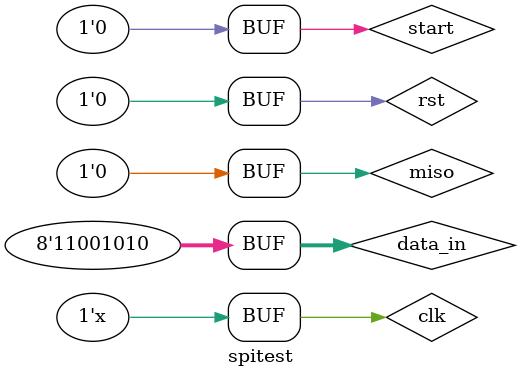
<source format=v>
`timescale 1ns / 1ps


module spitest;

	// Inputs
	reg clk;
	reg rst;
	reg miso;
	reg start;
	reg [7:0] data_in;

	// Outputs
	wire mosi;
	wire sck;
	wire [7:0] data_out;
	wire busy;
	wire new_data;

	// Instantiate the Unit Under Test (UUT)
	spi uut (
		.clk(clk), 
		.rst(rst), 
		.miso(miso), 
		.mosi(mosi), 
		.sck(sck), 
		.start(start), 
		.data_in(data_in), 
		.data_out(data_out), 
		.busy(busy), 
		.new_data(new_data)
	);

	initial begin
		// Initialize Inputs
		clk = 0;
		rst = 0;
		miso = 0;
		start = 0;
		data_in = 8'b11001010;
		// Wait 100 ns for global reset to finish
		#100;
        
		// Add stimulus here
		#50 rst = 1'b1;
		#100 rst = 1'b0;
		#150 start = 1'b1;
		#500 start = 1'b0;

	end
	
   always #10 clk = ~clk;
	
endmodule


</source>
